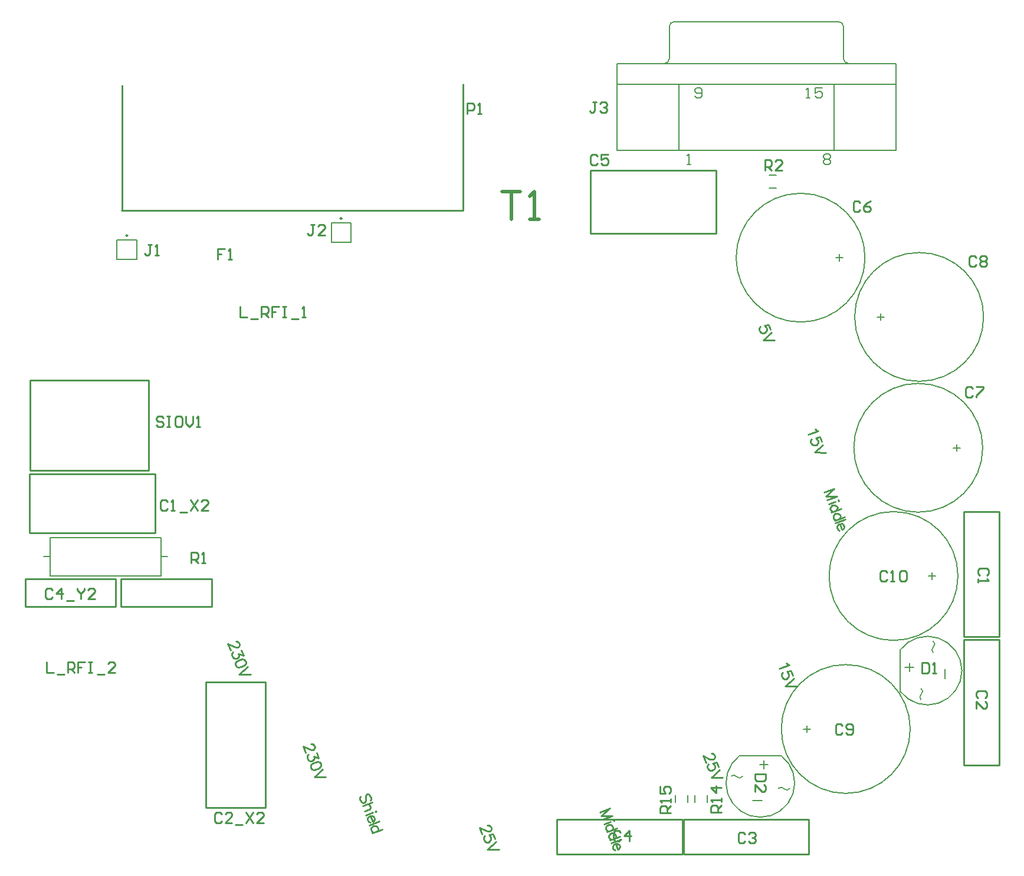
<source format=gto>
G04*
G04 #@! TF.GenerationSoftware,Altium Limited,Altium Designer,21.8.1 (53)*
G04*
G04 Layer_Color=65535*
%FSLAX25Y25*%
%MOIN*%
G70*
G04*
G04 #@! TF.SameCoordinates,D4491EC1-A137-4559-8BF3-DD038A9F8487*
G04*
G04*
G04 #@! TF.FilePolarity,Positive*
G04*
G01*
G75*
%ADD10C,0.00787*%
%ADD11C,0.00984*%
%ADD12C,0.01000*%
%ADD13C,0.00591*%
%ADD14C,0.02126*%
D10*
X92827Y254933D02*
G03*
X90091Y252197I0J-2736D01*
G01*
X188476D02*
G03*
X185740Y254933I-2736J0D01*
G01*
X87335Y231331D02*
G03*
X90071Y234067I0J2736D01*
G01*
X188496D02*
G03*
X191232Y231331I2736J0D01*
G01*
X200654Y121500D02*
G03*
X200654Y121500I-36417J0D01*
G01*
X232476Y-125346D02*
G03*
X232208Y-128398I1097J-1634D01*
G01*
X232555Y-125248D02*
G03*
X232294Y-122059I-1274J1501D01*
G01*
X220606Y-123822D02*
G03*
X220606Y-100178I15394J11822D01*
G01*
X239386Y-98516D02*
G03*
X239125Y-95327I-1274J1501D01*
G01*
X239307Y-98614D02*
G03*
X239039Y-101665I1097J-1634D01*
G01*
X267154Y14000D02*
G03*
X267154Y14000I-36417J0D01*
G01*
X253181Y-58500D02*
G03*
X253181Y-58500I-36417J0D01*
G01*
X267653Y88000D02*
G03*
X267653Y88000I-36417J0D01*
G01*
X226181Y-145000D02*
G03*
X226181Y-145000I-36417J0D01*
G01*
X128154Y-171976D02*
G03*
X125102Y-171708I-1634J-1097D01*
G01*
X128252Y-172055D02*
G03*
X131441Y-171794I1501J1274D01*
G01*
X129678Y-160106D02*
G03*
X153322Y-160106I11822J-15394D01*
G01*
X154984Y-178886D02*
G03*
X158173Y-178625I1501J1274D01*
G01*
X154886Y-178807D02*
G03*
X151834Y-178539I-1634J-1097D01*
G01*
X100543Y-186469D02*
Y-182531D01*
X93457Y-186469D02*
Y-182531D01*
X111543Y-186469D02*
Y-182531D01*
X104457Y-186469D02*
Y-182531D01*
X218024Y182098D02*
Y231311D01*
X60543Y182098D02*
Y231311D01*
X188496Y234067D02*
Y252177D01*
X90071Y234067D02*
Y252177D01*
X92827Y254933D02*
X185740D01*
X60543Y182098D02*
X218024D01*
X183142D02*
Y219500D01*
X60543Y231311D02*
X218024D01*
X95425Y182098D02*
Y219500D01*
X60543D02*
X218024D01*
X146531Y168043D02*
X150469D01*
X146531Y160957D02*
X150469D01*
X186087Y119532D02*
Y123468D01*
X184118Y121500D02*
X188055D01*
X220606Y-123822D02*
Y-100178D01*
X252587Y12032D02*
Y15969D01*
X250618Y14000D02*
X254555D01*
X238614Y-60469D02*
Y-56532D01*
X236646Y-58500D02*
X240583D01*
X209386Y86032D02*
Y89969D01*
X207417Y88000D02*
X211354D01*
X167913Y-146968D02*
Y-143032D01*
X165945Y-145000D02*
X169882D01*
X129678Y-160106D02*
X153322D01*
X-100953Y141071D02*
X-89929D01*
X-89929Y130047D02*
Y141071D01*
X-100953Y130047D02*
X-89929D01*
X-100953Y130047D02*
Y141071D01*
X-222012Y131512D02*
X-210988D01*
X-210988Y120488D02*
Y131512D01*
X-222012Y120488D02*
X-210988D01*
X-222012Y120488D02*
Y131512D01*
X-197004Y-58327D02*
Y-36673D01*
X-259996D02*
X-197004D01*
X-259996Y-58327D02*
Y-36673D01*
Y-58327D02*
X-197004D01*
Y-47500D02*
X-193421D01*
X-263579D02*
X-259996D01*
X225686Y-112394D02*
Y-107671D01*
X223325Y-110032D02*
X228048D01*
X245922Y-116350D02*
Y-111103D01*
X141106Y-165186D02*
X145829D01*
X143468Y-162825D02*
Y-167548D01*
X137150Y-185423D02*
X142397D01*
D11*
X-94949Y143630D02*
G03*
X-94949Y143630I-492J0D01*
G01*
X-216008Y134071D02*
G03*
X-216008Y134071I-492J0D01*
G01*
D12*
X-219457Y148126D02*
X-26543D01*
Y219386D01*
X-219457Y148126D02*
X-219063D01*
Y218992D01*
X256658Y-92961D02*
X276343D01*
X256658Y-22095D02*
X276343D01*
X256658Y-92961D02*
Y-22095D01*
X276343Y-92961D02*
Y-22095D01*
X116405Y135284D02*
Y170717D01*
X45539Y135284D02*
Y170717D01*
Y135284D02*
X116405D01*
X45539Y170717D02*
X116405D01*
X-171752Y-118545D02*
X-138287D01*
Y-189411D02*
Y-118545D01*
X-171752Y-189411D02*
X-138287Y-189411D01*
X-171752Y-118545D02*
X-171752Y-189411D01*
X256658Y-165405D02*
X276343D01*
X256658Y-94539D02*
X276343D01*
X256658Y-165405D02*
Y-94539D01*
X276343Y-165405D02*
Y-94539D01*
X98094Y-215843D02*
Y-196158D01*
X168961Y-215843D02*
Y-196158D01*
X98094D02*
X168961D01*
X98094Y-215843D02*
X168961D01*
X26539D02*
Y-196158D01*
X97405Y-215843D02*
Y-196158D01*
X26539D02*
X97405D01*
X26539Y-215843D02*
X97405D01*
X-204221Y1067D02*
Y51854D01*
X-271150Y1067D02*
X-204221D01*
X-271150D02*
Y52248D01*
X-204221D01*
X-222701Y-75874D02*
Y-60126D01*
X-273882Y-75874D02*
Y-60126D01*
Y-75874D02*
X-222701D01*
X-273882Y-60126D02*
X-222701D01*
X-219799Y-75874D02*
Y-60126D01*
X-168618Y-75874D02*
Y-60126D01*
X-219799D02*
X-168618D01*
X-219799Y-75874D02*
X-168618D01*
X-271510Y-34252D02*
Y-787D01*
X-200644D01*
Y-34252D02*
Y-787D01*
X-271510Y-34252D02*
X-200644D01*
X-154948Y-95554D02*
X-154680Y-95457D01*
X-154045Y-95530D01*
X-153679Y-95700D01*
X-153215Y-96140D01*
X-152824Y-97213D01*
X-152897Y-97848D01*
X-153068Y-98214D01*
X-153507Y-98678D01*
X-154044Y-98873D01*
X-154679Y-98800D01*
X-155679Y-98556D01*
X-159341Y-96849D01*
X-157973Y-100607D01*
X-151681Y-100354D02*
X-150607Y-103306D01*
X-153340Y-102478D01*
X-153047Y-103283D01*
X-153120Y-103917D01*
X-153291Y-104283D01*
X-153998Y-104845D01*
X-154535Y-105040D01*
X-155438Y-105065D01*
X-156170Y-104724D01*
X-156732Y-104016D01*
X-157025Y-103211D01*
X-157050Y-102308D01*
X-156879Y-101942D01*
X-156440Y-101478D01*
X-149463Y-106447D02*
X-150025Y-105739D01*
X-151026Y-105496D01*
X-152465Y-105716D01*
X-153271Y-106009D01*
X-154515Y-106766D01*
X-155125Y-107596D01*
X-155100Y-108499D01*
X-154905Y-109036D01*
X-154343Y-109743D01*
X-153343Y-109987D01*
X-151903Y-109767D01*
X-151098Y-109474D01*
X-149853Y-108717D01*
X-149243Y-107887D01*
X-149268Y-106984D01*
X-149463Y-106447D01*
X-148223Y-109856D02*
X-153078Y-114055D01*
X-146660Y-114151D02*
X-153078Y-114055D01*
X-78956Y-185401D02*
X-78614Y-184669D01*
X-78639Y-183765D01*
X-79030Y-182692D01*
X-79592Y-181984D01*
X-80324Y-181643D01*
X-80861Y-181838D01*
X-81300Y-182302D01*
X-81471Y-182668D01*
X-81543Y-183303D01*
X-81494Y-185109D01*
X-81567Y-185743D01*
X-81738Y-186109D01*
X-82177Y-186573D01*
X-82982Y-186866D01*
X-83715Y-186525D01*
X-84276Y-185817D01*
X-84667Y-184743D01*
X-84692Y-183841D01*
X-84350Y-183108D01*
X-77692Y-186369D02*
X-83328Y-188421D01*
X-80644Y-187444D02*
X-79546Y-187956D01*
X-79082Y-188395D01*
X-78789Y-189201D01*
X-78862Y-189835D01*
X-79570Y-190397D01*
X-82254Y-191374D01*
X-75884Y-191335D02*
X-76055Y-191701D01*
X-75689Y-191872D01*
X-75518Y-191506D01*
X-75884Y-191335D01*
X-77665Y-192288D02*
X-81423Y-193655D01*
X-78817Y-194135D02*
X-77644Y-197356D01*
X-77108Y-197161D01*
X-76668Y-196697D01*
X-76498Y-196331D01*
X-76425Y-195696D01*
X-76718Y-194891D01*
X-77182Y-194452D01*
X-77914Y-194111D01*
X-78817Y-194135D01*
X-79354Y-194331D01*
X-80061Y-194892D01*
X-80403Y-195624D01*
X-80476Y-196259D01*
X-80183Y-197064D01*
X-79719Y-197503D01*
X-78987Y-197845D01*
X-73715Y-197294D02*
X-79352Y-199346D01*
X-72113Y-201696D02*
X-77750Y-203748D01*
X-74797Y-202673D02*
X-74456Y-201941D01*
X-74383Y-201307D01*
X-74676Y-200501D01*
X-75140Y-200062D01*
X-75872Y-199721D01*
X-76775Y-199745D01*
X-77312Y-199941D01*
X-78019Y-200502D01*
X-78361Y-201235D01*
X-78434Y-201869D01*
X-78141Y-202674D01*
X-77677Y-203114D01*
X-76945Y-203455D01*
X147296Y80962D02*
X146319Y83646D01*
X143805Y83035D01*
X144171Y82865D01*
X144733Y82157D01*
X145026Y81352D01*
X145051Y80449D01*
X144709Y79716D01*
X144002Y79155D01*
X143465Y78960D01*
X142562Y78935D01*
X141830Y79276D01*
X141268Y79984D01*
X140975Y80789D01*
X140950Y81692D01*
X141121Y82058D01*
X141560Y82522D01*
X147950Y79163D02*
X143095Y74964D01*
X149514Y74869D02*
X143095Y74964D01*
X172552Y24389D02*
X173016Y23950D01*
X174114Y23438D01*
X168477Y21386D01*
X176302Y17425D02*
X175325Y20109D01*
X172812Y19498D01*
X173178Y19327D01*
X173740Y18620D01*
X174033Y17815D01*
X174057Y16912D01*
X173716Y16179D01*
X173008Y15618D01*
X172471Y15423D01*
X171569Y15398D01*
X170836Y15739D01*
X170275Y16447D01*
X169982Y17252D01*
X169957Y18155D01*
X170128Y18521D01*
X170567Y18985D01*
X176957Y15626D02*
X172102Y11427D01*
X178520Y11332D02*
X172102Y11427D01*
X56391Y-189953D02*
X50754Y-192004D01*
X56391Y-189953D02*
X51535Y-194151D01*
X57954Y-194247D02*
X51535Y-194151D01*
X57954Y-194247D02*
X52317Y-196299D01*
X58736Y-196395D02*
X58565Y-196761D01*
X58931Y-196932D01*
X59102Y-196565D01*
X58736Y-196395D01*
X56954Y-197347D02*
X53196Y-198715D01*
X60465Y-201146D02*
X54828Y-203198D01*
X57780Y-202123D02*
X58122Y-201391D01*
X58195Y-200756D01*
X57902Y-199951D01*
X57438Y-199512D01*
X56706Y-199170D01*
X55803Y-199195D01*
X55266Y-199390D01*
X54558Y-199952D01*
X54217Y-200684D01*
X54144Y-201319D01*
X54437Y-202124D01*
X54901Y-202563D01*
X55633Y-202904D01*
X62184Y-205870D02*
X56547Y-207922D01*
X59500Y-206847D02*
X59841Y-206115D01*
X59914Y-205480D01*
X59621Y-204675D01*
X59158Y-204236D01*
X58425Y-203894D01*
X57522Y-203919D01*
X56985Y-204115D01*
X56278Y-204676D01*
X55936Y-205408D01*
X55863Y-206043D01*
X56156Y-206848D01*
X56620Y-207287D01*
X57353Y-207629D01*
X62731Y-207373D02*
X57094Y-209425D01*
X59672Y-209824D02*
X60844Y-213046D01*
X61381Y-212850D01*
X61820Y-212386D01*
X61991Y-212020D01*
X62064Y-211386D01*
X61771Y-210580D01*
X61307Y-210141D01*
X60575Y-209800D01*
X59672Y-209824D01*
X59135Y-210020D01*
X58427Y-210581D01*
X58086Y-211314D01*
X58013Y-211948D01*
X58306Y-212754D01*
X58770Y-213193D01*
X59502Y-213534D01*
X183213Y-9111D02*
X177576Y-11163D01*
X183213Y-9111D02*
X178357Y-13311D01*
X184776Y-13406D02*
X178357Y-13311D01*
X184776Y-13406D02*
X179139Y-15458D01*
X185558Y-15554D02*
X185387Y-15920D01*
X185753Y-16091D01*
X185924Y-15724D01*
X185558Y-15554D01*
X183776Y-16506D02*
X180018Y-17874D01*
X187287Y-20305D02*
X181650Y-22356D01*
X184603Y-21282D02*
X184944Y-20550D01*
X185017Y-19915D01*
X184724Y-19110D01*
X184260Y-18671D01*
X183528Y-18329D01*
X182625Y-18354D01*
X182088Y-18549D01*
X181380Y-19111D01*
X181039Y-19843D01*
X180966Y-20478D01*
X181259Y-21283D01*
X181723Y-21722D01*
X182455Y-22063D01*
X189006Y-25029D02*
X183369Y-27081D01*
X186322Y-26006D02*
X186664Y-25274D01*
X186737Y-24639D01*
X186443Y-23834D01*
X185980Y-23395D01*
X185247Y-23054D01*
X184344Y-23078D01*
X183808Y-23273D01*
X183100Y-23835D01*
X182758Y-24567D01*
X182685Y-25202D01*
X182979Y-26007D01*
X183442Y-26446D01*
X184175Y-26788D01*
X189553Y-26532D02*
X183916Y-28584D01*
X186494Y-28984D02*
X187666Y-32205D01*
X188203Y-32009D01*
X188642Y-31545D01*
X188813Y-31179D01*
X188886Y-30545D01*
X188593Y-29739D01*
X188129Y-29300D01*
X187397Y-28959D01*
X186494Y-28984D01*
X185957Y-29179D01*
X185249Y-29740D01*
X184908Y-30473D01*
X184835Y-31107D01*
X185128Y-31912D01*
X185592Y-32352D01*
X186324Y-32693D01*
X156109Y-107705D02*
X156573Y-108144D01*
X157671Y-108656D01*
X152034Y-110708D01*
X159860Y-114669D02*
X158883Y-111985D01*
X156369Y-112596D01*
X156735Y-112767D01*
X157297Y-113474D01*
X157590Y-114279D01*
X157615Y-115182D01*
X157273Y-115915D01*
X156565Y-116476D01*
X156029Y-116672D01*
X155126Y-116696D01*
X154393Y-116355D01*
X153832Y-115647D01*
X153539Y-114842D01*
X153514Y-113939D01*
X153685Y-113573D01*
X154124Y-113109D01*
X160514Y-116468D02*
X155659Y-120667D01*
X162077Y-120762D02*
X155659Y-120667D01*
X-12713Y-199538D02*
X-12444Y-199441D01*
X-11810Y-199514D01*
X-11444Y-199684D01*
X-10980Y-200124D01*
X-10589Y-201197D01*
X-10662Y-201832D01*
X-10833Y-202198D01*
X-11272Y-202662D01*
X-11809Y-202857D01*
X-12443Y-202784D01*
X-13444Y-202540D01*
X-17105Y-200833D01*
X-15737Y-204591D01*
X-8469Y-207022D02*
X-9446Y-204338D01*
X-11959Y-204949D01*
X-11593Y-205119D01*
X-11032Y-205827D01*
X-10739Y-206632D01*
X-10714Y-207535D01*
X-11056Y-208267D01*
X-11763Y-208829D01*
X-12300Y-209024D01*
X-13203Y-209049D01*
X-13935Y-208708D01*
X-14497Y-208000D01*
X-14790Y-207195D01*
X-14815Y-206292D01*
X-14644Y-205926D01*
X-14205Y-205462D01*
X-7814Y-208821D02*
X-12670Y-213020D01*
X-6251Y-213115D02*
X-12670Y-213020D01*
X113713Y-158969D02*
X113982Y-158872D01*
X114616Y-158945D01*
X114982Y-159116D01*
X115446Y-159555D01*
X115837Y-160628D01*
X115764Y-161263D01*
X115593Y-161629D01*
X115154Y-162093D01*
X114617Y-162288D01*
X113983Y-162215D01*
X112982Y-161971D01*
X109321Y-160264D01*
X110689Y-164022D01*
X117957Y-166453D02*
X116980Y-163769D01*
X114467Y-164380D01*
X114833Y-164550D01*
X115394Y-165258D01*
X115687Y-166063D01*
X115712Y-166966D01*
X115371Y-167699D01*
X114663Y-168260D01*
X114126Y-168456D01*
X113223Y-168480D01*
X112491Y-168139D01*
X111930Y-167431D01*
X111636Y-166626D01*
X111612Y-165723D01*
X111782Y-165357D01*
X112222Y-164893D01*
X118612Y-168252D02*
X113756Y-172451D01*
X120175Y-172547D02*
X113756Y-172451D01*
X-112448Y-153554D02*
X-112180Y-153457D01*
X-111545Y-153530D01*
X-111179Y-153700D01*
X-110715Y-154139D01*
X-110324Y-155213D01*
X-110397Y-155848D01*
X-110568Y-156214D01*
X-111007Y-156678D01*
X-111544Y-156873D01*
X-112179Y-156800D01*
X-113179Y-156556D01*
X-116841Y-154849D01*
X-115473Y-158607D01*
X-109181Y-158354D02*
X-108107Y-161307D01*
X-110840Y-160477D01*
X-110547Y-161283D01*
X-110620Y-161917D01*
X-110791Y-162284D01*
X-111498Y-162845D01*
X-112035Y-163040D01*
X-112938Y-163065D01*
X-113670Y-162724D01*
X-114232Y-162016D01*
X-114525Y-161211D01*
X-114550Y-160308D01*
X-114379Y-159942D01*
X-113940Y-159478D01*
X-106963Y-164447D02*
X-107525Y-163740D01*
X-108526Y-163496D01*
X-109966Y-163716D01*
X-110771Y-164009D01*
X-112015Y-164766D01*
X-112625Y-165596D01*
X-112600Y-166499D01*
X-112405Y-167036D01*
X-111844Y-167743D01*
X-110843Y-167987D01*
X-109403Y-167767D01*
X-108598Y-167474D01*
X-107353Y-166717D01*
X-106743Y-165887D01*
X-106768Y-164984D01*
X-106963Y-164447D01*
X-105723Y-167856D02*
X-110578Y-172055D01*
X-104159Y-172151D02*
X-110578Y-172055D01*
X90999Y-192498D02*
X85001D01*
Y-189499D01*
X86001Y-188499D01*
X88000D01*
X89000Y-189499D01*
Y-192498D01*
Y-190498D02*
X90999Y-188499D01*
Y-186500D02*
Y-184500D01*
Y-185500D01*
X85001D01*
X86001Y-186500D01*
X85001Y-177502D02*
Y-181501D01*
X88000D01*
X87000Y-179502D01*
Y-178502D01*
X88000Y-177502D01*
X89999D01*
X90999Y-178502D01*
Y-180501D01*
X89999Y-181501D01*
X119499Y-191998D02*
X113501D01*
Y-188999D01*
X114501Y-187999D01*
X116500D01*
X117500Y-188999D01*
Y-191998D01*
Y-189998D02*
X119499Y-187999D01*
Y-186000D02*
Y-184000D01*
Y-185000D01*
X113501D01*
X114501Y-186000D01*
X119499Y-178002D02*
X113501D01*
X116500Y-181001D01*
Y-177002D01*
X-23999Y203001D02*
Y208999D01*
X-21000D01*
X-20000Y207999D01*
Y206000D01*
X-21000Y205000D01*
X-23999D01*
X-18001Y203001D02*
X-16001D01*
X-17001D01*
Y208999D01*
X-18001Y207999D01*
X144002Y171001D02*
Y176999D01*
X147001D01*
X148000Y175999D01*
Y174000D01*
X147001Y173000D01*
X144002D01*
X146001D02*
X148000Y171001D01*
X153998D02*
X150000D01*
X153998Y175000D01*
Y175999D01*
X152999Y176999D01*
X150999D01*
X150000Y175999D01*
X-195997Y30999D02*
X-196997Y31999D01*
X-198996D01*
X-199996Y30999D01*
Y30000D01*
X-198996Y29000D01*
X-196997D01*
X-195997Y28000D01*
Y27001D01*
X-196997Y26001D01*
X-198996D01*
X-199996Y27001D01*
X-193998Y31999D02*
X-191999D01*
X-192998D01*
Y26001D01*
X-193998D01*
X-191999D01*
X-186001Y31999D02*
X-188000D01*
X-188999Y30999D01*
Y27001D01*
X-188000Y26001D01*
X-186001D01*
X-185001Y27001D01*
Y30999D01*
X-186001Y31999D01*
X-183001D02*
Y28000D01*
X-181002Y26001D01*
X-179003Y28000D01*
Y31999D01*
X-177003Y26001D02*
X-175004D01*
X-176004D01*
Y31999D01*
X-177003Y30999D01*
X-179999Y-50999D02*
Y-45001D01*
X-177000D01*
X-176000Y-46001D01*
Y-48000D01*
X-177000Y-49000D01*
X-179999D01*
X-177999D02*
X-176000Y-50999D01*
X-174001D02*
X-172001D01*
X-173001D01*
Y-45001D01*
X-174001Y-46001D01*
X-261994Y-107001D02*
Y-112999D01*
X-257995D01*
X-255996Y-113999D02*
X-251997D01*
X-249998Y-112999D02*
Y-107001D01*
X-246999D01*
X-245999Y-108001D01*
Y-110000D01*
X-246999Y-111000D01*
X-249998D01*
X-247998D02*
X-245999Y-112999D01*
X-240001Y-107001D02*
X-244000D01*
Y-110000D01*
X-242000D01*
X-244000D01*
Y-112999D01*
X-238001Y-107001D02*
X-236002D01*
X-237002D01*
Y-112999D01*
X-238001D01*
X-236002D01*
X-233003Y-113999D02*
X-229004D01*
X-223006Y-112999D02*
X-227005D01*
X-223006Y-109001D01*
Y-108001D01*
X-224006Y-107001D01*
X-226005D01*
X-227005Y-108001D01*
X-152494Y93999D02*
Y88001D01*
X-148495D01*
X-146496Y87001D02*
X-142497D01*
X-140498Y88001D02*
Y93999D01*
X-137499D01*
X-136499Y92999D01*
Y91000D01*
X-137499Y90000D01*
X-140498D01*
X-138498D02*
X-136499Y88001D01*
X-130501Y93999D02*
X-134500D01*
Y91000D01*
X-132501D01*
X-134500D01*
Y88001D01*
X-128502Y93999D02*
X-126502D01*
X-127502D01*
Y88001D01*
X-128502D01*
X-126502D01*
X-123503Y87001D02*
X-119505D01*
X-117505Y88001D02*
X-115506D01*
X-116506D01*
Y93999D01*
X-117505Y92999D01*
X49000Y209499D02*
X47001D01*
X48001D01*
Y204501D01*
X47001Y203501D01*
X46001D01*
X45002Y204501D01*
X51000Y208499D02*
X51999Y209499D01*
X53999D01*
X54998Y208499D01*
Y207500D01*
X53999Y206500D01*
X52999D01*
X53999D01*
X54998Y205500D01*
Y204501D01*
X53999Y203501D01*
X51999D01*
X51000Y204501D01*
X-110441Y140058D02*
X-112440D01*
X-111440D01*
Y135060D01*
X-112440Y134060D01*
X-113440D01*
X-114439Y135060D01*
X-104443Y134060D02*
X-108441D01*
X-104443Y138059D01*
Y139058D01*
X-105442Y140058D01*
X-107442D01*
X-108441Y139058D01*
X-202500Y128999D02*
X-204499D01*
X-203500D01*
Y124001D01*
X-204499Y123001D01*
X-205499D01*
X-206499Y124001D01*
X-200501Y123001D02*
X-198501D01*
X-199501D01*
Y128999D01*
X-200501Y127999D01*
X-161000Y126499D02*
X-164999D01*
Y123500D01*
X-162999D01*
X-164999D01*
Y120501D01*
X-159001D02*
X-157001D01*
X-158001D01*
Y126499D01*
X-159001Y125499D01*
X144499Y-170502D02*
X138501D01*
Y-173501D01*
X139501Y-174500D01*
X143499D01*
X144499Y-173501D01*
Y-170502D01*
X138501Y-180498D02*
Y-176500D01*
X142500Y-180498D01*
X143499D01*
X144499Y-179499D01*
Y-177499D01*
X143499Y-176500D01*
X233001Y-107501D02*
Y-113499D01*
X236000D01*
X237000Y-112499D01*
Y-108501D01*
X236000Y-107501D01*
X233001D01*
X238999Y-113499D02*
X240999D01*
X239999D01*
Y-107501D01*
X238999Y-108501D01*
X213265Y-56501D02*
X212265Y-55501D01*
X210266D01*
X209266Y-56501D01*
Y-60499D01*
X210266Y-61499D01*
X212265D01*
X213265Y-60499D01*
X215264Y-61499D02*
X217264D01*
X216264D01*
Y-55501D01*
X215264Y-56501D01*
X220263D02*
X221262Y-55501D01*
X223262D01*
X224261Y-56501D01*
Y-60499D01*
X223262Y-61499D01*
X221262D01*
X220263Y-60499D01*
Y-56501D01*
X188000Y-143001D02*
X187001Y-142001D01*
X185001D01*
X184002Y-143001D01*
Y-146999D01*
X185001Y-147999D01*
X187001D01*
X188000Y-146999D01*
X190000D02*
X190999Y-147999D01*
X192999D01*
X193998Y-146999D01*
Y-143001D01*
X192999Y-142001D01*
X190999D01*
X190000Y-143001D01*
Y-144000D01*
X190999Y-145000D01*
X193998D01*
X263500Y121499D02*
X262501Y122499D01*
X260501D01*
X259502Y121499D01*
Y117501D01*
X260501Y116501D01*
X262501D01*
X263500Y117501D01*
X265500Y121499D02*
X266499Y122499D01*
X268499D01*
X269498Y121499D01*
Y120500D01*
X268499Y119500D01*
X269498Y118500D01*
Y117501D01*
X268499Y116501D01*
X266499D01*
X265500Y117501D01*
Y118500D01*
X266499Y119500D01*
X265500Y120500D01*
Y121499D01*
X266499Y119500D02*
X268499D01*
X261500Y47499D02*
X260501Y48499D01*
X258501D01*
X257502Y47499D01*
Y43501D01*
X258501Y42501D01*
X260501D01*
X261500Y43501D01*
X263500Y48499D02*
X267498D01*
Y47499D01*
X263500Y43501D01*
Y42501D01*
X198000Y152499D02*
X197001Y153499D01*
X195001D01*
X194002Y152499D01*
Y148501D01*
X195001Y147501D01*
X197001D01*
X198000Y148501D01*
X203998Y153499D02*
X201999Y152499D01*
X200000Y150500D01*
Y148501D01*
X200999Y147501D01*
X202999D01*
X203998Y148501D01*
Y149500D01*
X202999Y150500D01*
X200000D01*
X49500Y178999D02*
X48501Y179999D01*
X46501D01*
X45502Y178999D01*
Y175001D01*
X46501Y174001D01*
X48501D01*
X49500Y175001D01*
X55498Y179999D02*
X51500D01*
Y177000D01*
X53499Y178000D01*
X54499D01*
X55498Y177000D01*
Y175001D01*
X54499Y174001D01*
X52499D01*
X51500Y175001D01*
X62445Y-203501D02*
X61445Y-202501D01*
X59446D01*
X58447Y-203501D01*
Y-207499D01*
X59446Y-208499D01*
X61445D01*
X62445Y-207499D01*
X67444Y-208499D02*
Y-202501D01*
X64445Y-205500D01*
X68443D01*
X-258497Y-66501D02*
X-259496Y-65501D01*
X-261496D01*
X-262495Y-66501D01*
Y-70499D01*
X-261496Y-71499D01*
X-259496D01*
X-258497Y-70499D01*
X-253498Y-71499D02*
Y-65501D01*
X-256497Y-68500D01*
X-252499D01*
X-250499Y-72499D02*
X-246501D01*
X-244501Y-65501D02*
Y-66501D01*
X-242502Y-68500D01*
X-240503Y-66501D01*
Y-65501D01*
X-242502Y-68500D02*
Y-71499D01*
X-234505D02*
X-238503D01*
X-234505Y-67501D01*
Y-66501D01*
X-235504Y-65501D01*
X-237504D01*
X-238503Y-66501D01*
X133000Y-204501D02*
X132001Y-203501D01*
X130001D01*
X129002Y-204501D01*
Y-208499D01*
X130001Y-209499D01*
X132001D01*
X133000Y-208499D01*
X135000Y-204501D02*
X135999Y-203501D01*
X137999D01*
X138998Y-204501D01*
Y-205500D01*
X137999Y-206500D01*
X136999D01*
X137999D01*
X138998Y-207500D01*
Y-208499D01*
X137999Y-209499D01*
X135999D01*
X135000Y-208499D01*
X268499Y-127500D02*
X269499Y-126501D01*
Y-124501D01*
X268499Y-123502D01*
X264501D01*
X263501Y-124501D01*
Y-126501D01*
X264501Y-127500D01*
X263501Y-133498D02*
Y-129500D01*
X267500Y-133498D01*
X268499D01*
X269499Y-132499D01*
Y-130499D01*
X268499Y-129500D01*
X-162997Y-193001D02*
X-163996Y-192001D01*
X-165996D01*
X-166996Y-193001D01*
Y-197000D01*
X-165996Y-197999D01*
X-163996D01*
X-162997Y-197000D01*
X-156999Y-197999D02*
X-160997D01*
X-156999Y-194000D01*
Y-193001D01*
X-157998Y-192001D01*
X-159998D01*
X-160997Y-193001D01*
X-154999Y-198999D02*
X-151001D01*
X-149001Y-192001D02*
X-145003Y-197999D01*
Y-192001D02*
X-149001Y-197999D01*
X-139005D02*
X-143003D01*
X-139005Y-194000D01*
Y-193001D01*
X-140004Y-192001D01*
X-142004D01*
X-143003Y-193001D01*
X269499Y-58000D02*
X270499Y-57000D01*
Y-55001D01*
X269499Y-54001D01*
X265501D01*
X264501Y-55001D01*
Y-57000D01*
X265501Y-58000D01*
X264501Y-59999D02*
Y-61999D01*
Y-60999D01*
X270499D01*
X269499Y-59999D01*
X-193497Y-16501D02*
X-194497Y-15501D01*
X-196496D01*
X-197496Y-16501D01*
Y-20500D01*
X-196496Y-21499D01*
X-194497D01*
X-193497Y-20500D01*
X-191498Y-21499D02*
X-189498D01*
X-190498D01*
Y-15501D01*
X-191498Y-16501D01*
X-186499Y-22499D02*
X-182501D01*
X-180501Y-15501D02*
X-176502Y-21499D01*
Y-15501D02*
X-180501Y-21499D01*
X-170504D02*
X-174503D01*
X-170504Y-17501D01*
Y-16501D01*
X-171504Y-15501D01*
X-173503D01*
X-174503Y-16501D01*
D13*
X100130Y174323D02*
X102098D01*
X101114D01*
Y180227D01*
X100130Y179243D01*
X177284D02*
X178267Y180227D01*
X180235D01*
X181219Y179243D01*
Y178259D01*
X180235Y177275D01*
X181219Y176291D01*
Y175307D01*
X180235Y174323D01*
X178267D01*
X177284Y175307D01*
Y176291D01*
X178267Y177275D01*
X177284Y178259D01*
Y179243D01*
X178267Y177275D02*
X180235D01*
X167571Y211724D02*
X169539D01*
X168555D01*
Y217628D01*
X167571Y216644D01*
X176426Y217628D02*
X172491D01*
Y214676D01*
X174458Y215660D01*
X175442D01*
X176426Y214676D01*
Y212708D01*
X175442Y211724D01*
X173475D01*
X172491Y212708D01*
X104598D02*
X105582Y211724D01*
X107550D01*
X108534Y212708D01*
Y216644D01*
X107550Y217628D01*
X105582D01*
X104598Y216644D01*
Y215660D01*
X105582Y214676D01*
X108534D01*
D14*
X-4495Y158871D02*
X6000D01*
X752D01*
Y143129D01*
X11248D02*
X16495D01*
X13871D01*
Y158871D01*
X11248Y156248D01*
M02*

</source>
